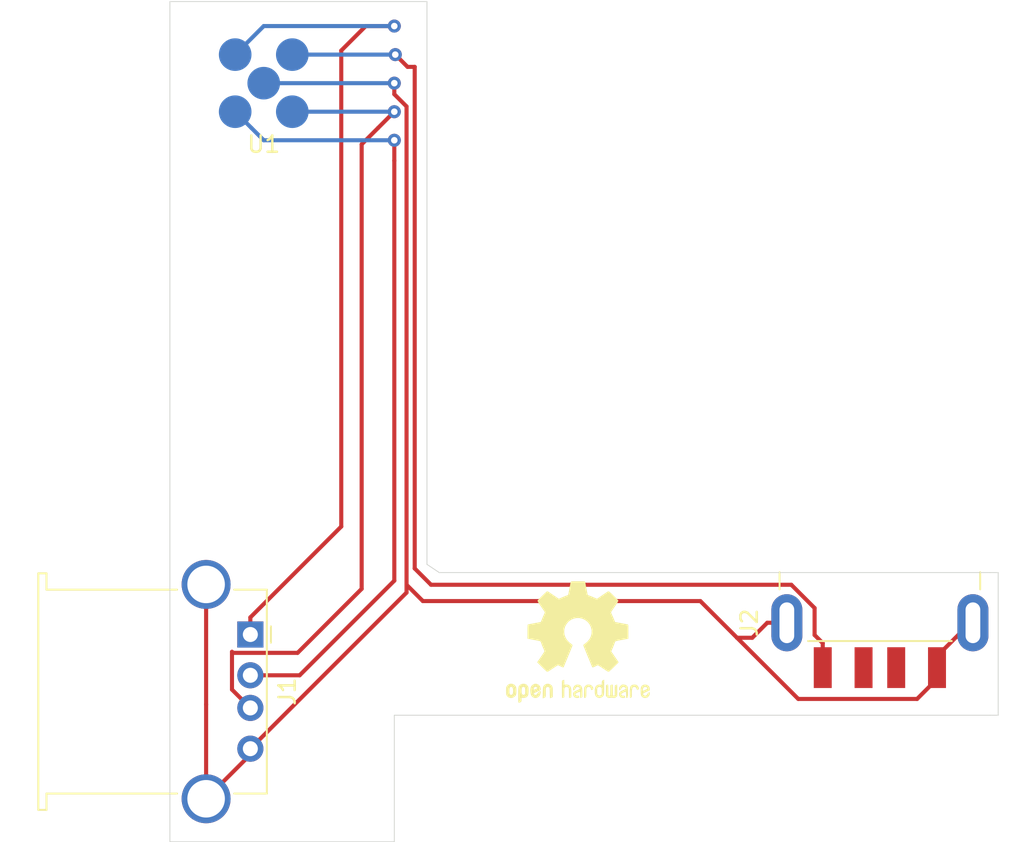
<source format=kicad_pcb>
(kicad_pcb (version 20171130) (host pcbnew 5.1.4-5.1.4)

  (general
    (thickness 1.6)
    (drawings 11)
    (tracks 66)
    (zones 0)
    (modules 4)
    (nets 8)
  )

  (page A4)
  (layers
    (0 F.Cu signal)
    (31 B.Cu signal)
    (32 B.Adhes user)
    (33 F.Adhes user)
    (34 B.Paste user)
    (35 F.Paste user)
    (36 B.SilkS user)
    (37 F.SilkS user)
    (38 B.Mask user)
    (39 F.Mask user)
    (40 Dwgs.User user)
    (41 Cmts.User user)
    (42 Eco1.User user)
    (43 Eco2.User user)
    (44 Edge.Cuts user)
    (45 Margin user)
    (46 B.CrtYd user)
    (47 F.CrtYd user)
    (48 B.Fab user)
    (49 F.Fab user)
  )

  (setup
    (last_trace_width 0.25)
    (trace_clearance 0.2)
    (zone_clearance 0.508)
    (zone_45_only no)
    (trace_min 0.2)
    (via_size 0.8)
    (via_drill 0.4)
    (via_min_size 0.4)
    (via_min_drill 0.3)
    (uvia_size 0.3)
    (uvia_drill 0.1)
    (uvias_allowed no)
    (uvia_min_size 0.2)
    (uvia_min_drill 0.1)
    (edge_width 0.05)
    (segment_width 0.2)
    (pcb_text_width 0.3)
    (pcb_text_size 1.5 1.5)
    (mod_edge_width 0.12)
    (mod_text_size 1 1)
    (mod_text_width 0.15)
    (pad_size 2 2)
    (pad_drill 0)
    (pad_to_mask_clearance 0.051)
    (solder_mask_min_width 0.25)
    (aux_axis_origin 0 0)
    (visible_elements FFFFFF7F)
    (pcbplotparams
      (layerselection 0x010e0_ffffffff)
      (usegerberextensions false)
      (usegerberattributes false)
      (usegerberadvancedattributes false)
      (creategerberjobfile false)
      (excludeedgelayer true)
      (linewidth 0.100000)
      (plotframeref false)
      (viasonmask false)
      (mode 1)
      (useauxorigin false)
      (hpglpennumber 1)
      (hpglpenspeed 20)
      (hpglpendiameter 15.000000)
      (psnegative false)
      (psa4output false)
      (plotreference true)
      (plotvalue true)
      (plotinvisibletext false)
      (padsonsilk false)
      (subtractmaskfromsilk false)
      (outputformat 1)
      (mirror false)
      (drillshape 0)
      (scaleselection 1)
      (outputdirectory "Backcover-stuff/"))
  )

  (net 0 "")
  (net 1 GND)
  (net 2 "Net-(J1-Pad1)")
  (net 3 "Net-(J1-Pad2)")
  (net 4 "Net-(J1-Pad3)")
  (net 5 "Net-(J2-Pad2)")
  (net 6 "Net-(J2-Pad3)")
  (net 7 "Net-(J2-Pad1)")

  (net_class Default "This is the default net class."
    (clearance 0.2)
    (trace_width 0.25)
    (via_dia 0.8)
    (via_drill 0.4)
    (uvia_dia 0.3)
    (uvia_drill 0.1)
    (add_net GND)
    (add_net "Net-(J1-Pad1)")
    (add_net "Net-(J1-Pad2)")
    (add_net "Net-(J1-Pad3)")
    (add_net "Net-(J2-Pad1)")
    (add_net "Net-(J2-Pad2)")
    (add_net "Net-(J2-Pad3)")
  )

  (module Symbol:OSHW-Logo2_9.8x8mm_SilkScreen (layer F.Cu) (tedit 0) (tstamp 5D8E5939)
    (at 31.5 -12.25)
    (descr "Open Source Hardware Symbol")
    (tags "Logo Symbol OSHW")
    (attr virtual)
    (fp_text reference REF** (at 0 0) (layer F.SilkS) hide
      (effects (font (size 1 1) (thickness 0.15)))
    )
    (fp_text value OSHW-Logo2_9.8x8mm_SilkScreen (at 0.75 0) (layer F.Fab) hide
      (effects (font (size 1 1) (thickness 0.15)))
    )
    (fp_poly (pts (xy 0.139878 -3.712224) (xy 0.245612 -3.711645) (xy 0.322132 -3.710078) (xy 0.374372 -3.707028)
      (xy 0.407263 -3.702004) (xy 0.425737 -3.694511) (xy 0.434727 -3.684056) (xy 0.439163 -3.670147)
      (xy 0.439594 -3.668346) (xy 0.446333 -3.635855) (xy 0.458808 -3.571748) (xy 0.475719 -3.482849)
      (xy 0.495771 -3.375981) (xy 0.517664 -3.257967) (xy 0.518429 -3.253822) (xy 0.540359 -3.138169)
      (xy 0.560877 -3.035986) (xy 0.578659 -2.953402) (xy 0.592381 -2.896544) (xy 0.600718 -2.871542)
      (xy 0.601116 -2.871099) (xy 0.625677 -2.85889) (xy 0.676315 -2.838544) (xy 0.742095 -2.814455)
      (xy 0.742461 -2.814326) (xy 0.825317 -2.783182) (xy 0.923 -2.743509) (xy 1.015077 -2.703619)
      (xy 1.019434 -2.701647) (xy 1.169407 -2.63358) (xy 1.501498 -2.860361) (xy 1.603374 -2.929496)
      (xy 1.695657 -2.991303) (xy 1.773003 -3.042267) (xy 1.830064 -3.078873) (xy 1.861495 -3.097606)
      (xy 1.864479 -3.098996) (xy 1.887321 -3.09281) (xy 1.929982 -3.062965) (xy 1.994128 -3.008053)
      (xy 2.081421 -2.926666) (xy 2.170535 -2.840078) (xy 2.256441 -2.754753) (xy 2.333327 -2.676892)
      (xy 2.396564 -2.611303) (xy 2.441523 -2.562795) (xy 2.463576 -2.536175) (xy 2.464396 -2.534805)
      (xy 2.466834 -2.516537) (xy 2.45765 -2.486705) (xy 2.434574 -2.441279) (xy 2.395337 -2.37623)
      (xy 2.33767 -2.28753) (xy 2.260795 -2.173343) (xy 2.19257 -2.072838) (xy 2.131582 -1.982697)
      (xy 2.081356 -1.908151) (xy 2.045416 -1.854435) (xy 2.027287 -1.826782) (xy 2.026146 -1.824905)
      (xy 2.028359 -1.79841) (xy 2.045138 -1.746914) (xy 2.073142 -1.680149) (xy 2.083122 -1.658828)
      (xy 2.126672 -1.563841) (xy 2.173134 -1.456063) (xy 2.210877 -1.362808) (xy 2.238073 -1.293594)
      (xy 2.259675 -1.240994) (xy 2.272158 -1.213503) (xy 2.273709 -1.211384) (xy 2.296668 -1.207876)
      (xy 2.350786 -1.198262) (xy 2.428868 -1.183911) (xy 2.523719 -1.166193) (xy 2.628143 -1.146475)
      (xy 2.734944 -1.126126) (xy 2.836926 -1.106514) (xy 2.926894 -1.089009) (xy 2.997653 -1.074978)
      (xy 3.042006 -1.065791) (xy 3.052885 -1.063193) (xy 3.064122 -1.056782) (xy 3.072605 -1.042303)
      (xy 3.078714 -1.014867) (xy 3.082832 -0.969589) (xy 3.085341 -0.90158) (xy 3.086621 -0.805953)
      (xy 3.087054 -0.67782) (xy 3.087077 -0.625299) (xy 3.087077 -0.198155) (xy 2.9845 -0.177909)
      (xy 2.927431 -0.16693) (xy 2.842269 -0.150905) (xy 2.739372 -0.131767) (xy 2.629096 -0.111449)
      (xy 2.598615 -0.105868) (xy 2.496855 -0.086083) (xy 2.408205 -0.066627) (xy 2.340108 -0.049303)
      (xy 2.300004 -0.035912) (xy 2.293323 -0.031921) (xy 2.276919 -0.003658) (xy 2.253399 0.051109)
      (xy 2.227316 0.121588) (xy 2.222142 0.136769) (xy 2.187956 0.230896) (xy 2.145523 0.337101)
      (xy 2.103997 0.432473) (xy 2.103792 0.432916) (xy 2.03464 0.582525) (xy 2.489512 1.251617)
      (xy 2.1975 1.544116) (xy 2.10918 1.63117) (xy 2.028625 1.707909) (xy 1.96036 1.770237)
      (xy 1.908908 1.814056) (xy 1.878794 1.83527) (xy 1.874474 1.836616) (xy 1.849111 1.826016)
      (xy 1.797358 1.796547) (xy 1.724868 1.751705) (xy 1.637294 1.694984) (xy 1.542612 1.631462)
      (xy 1.446516 1.566668) (xy 1.360837 1.510287) (xy 1.291016 1.465788) (xy 1.242494 1.436639)
      (xy 1.220782 1.426308) (xy 1.194293 1.43505) (xy 1.144062 1.458087) (xy 1.080451 1.490631)
      (xy 1.073708 1.494249) (xy 0.988046 1.53721) (xy 0.929306 1.558279) (xy 0.892772 1.558503)
      (xy 0.873731 1.538928) (xy 0.87362 1.538654) (xy 0.864102 1.515472) (xy 0.841403 1.460441)
      (xy 0.807282 1.377822) (xy 0.7635 1.271872) (xy 0.711816 1.146852) (xy 0.653992 1.00702)
      (xy 0.597991 0.871637) (xy 0.536447 0.722234) (xy 0.479939 0.583832) (xy 0.430161 0.460673)
      (xy 0.388806 0.357002) (xy 0.357568 0.277059) (xy 0.338141 0.225088) (xy 0.332154 0.205692)
      (xy 0.347168 0.183443) (xy 0.386439 0.147982) (xy 0.438807 0.108887) (xy 0.587941 -0.014755)
      (xy 0.704511 -0.156478) (xy 0.787118 -0.313296) (xy 0.834366 -0.482225) (xy 0.844857 -0.660278)
      (xy 0.837231 -0.742461) (xy 0.795682 -0.912969) (xy 0.724123 -1.063541) (xy 0.626995 -1.192691)
      (xy 0.508734 -1.298936) (xy 0.37378 -1.38079) (xy 0.226571 -1.436768) (xy 0.071544 -1.465385)
      (xy -0.086861 -1.465156) (xy -0.244206 -1.434595) (xy -0.396054 -1.372218) (xy -0.537965 -1.27654)
      (xy -0.597197 -1.222428) (xy -0.710797 -1.08348) (xy -0.789894 -0.931639) (xy -0.835014 -0.771333)
      (xy -0.846684 -0.606988) (xy -0.825431 -0.443029) (xy -0.77178 -0.283882) (xy -0.68626 -0.133975)
      (xy -0.569395 0.002267) (xy -0.438807 0.108887) (xy -0.384412 0.149642) (xy -0.345986 0.184718)
      (xy -0.332154 0.205726) (xy -0.339397 0.228635) (xy -0.359995 0.283365) (xy -0.392254 0.365672)
      (xy -0.434479 0.471315) (xy -0.484977 0.59605) (xy -0.542052 0.735636) (xy -0.598146 0.87167)
      (xy -0.660033 1.021201) (xy -0.717356 1.159767) (xy -0.768356 1.283107) (xy -0.811273 1.386964)
      (xy -0.844347 1.46708) (xy -0.865819 1.519195) (xy -0.873775 1.538654) (xy -0.892571 1.558423)
      (xy -0.928926 1.558365) (xy -0.987521 1.537441) (xy -1.073032 1.494613) (xy -1.073708 1.494249)
      (xy -1.138093 1.461012) (xy -1.190139 1.436802) (xy -1.219488 1.426404) (xy -1.220783 1.426308)
      (xy -1.242876 1.436855) (xy -1.291652 1.466184) (xy -1.361669 1.510827) (xy -1.447486 1.567314)
      (xy -1.542612 1.631462) (xy -1.63946 1.696411) (xy -1.726747 1.752896) (xy -1.798819 1.797421)
      (xy -1.850023 1.82649) (xy -1.874474 1.836616) (xy -1.89699 1.823307) (xy -1.942258 1.786112)
      (xy -2.005756 1.729128) (xy -2.082961 1.656449) (xy -2.169349 1.572171) (xy -2.197601 1.544016)
      (xy -2.489713 1.251416) (xy -2.267369 0.925104) (xy -2.199798 0.824897) (xy -2.140493 0.734963)
      (xy -2.092783 0.66051) (xy -2.059993 0.606751) (xy -2.045452 0.578894) (xy -2.045026 0.576912)
      (xy -2.052692 0.550655) (xy -2.073311 0.497837) (xy -2.103315 0.42731) (xy -2.124375 0.380093)
      (xy -2.163752 0.289694) (xy -2.200835 0.198366) (xy -2.229585 0.1212) (xy -2.237395 0.097692)
      (xy -2.259583 0.034916) (xy -2.281273 -0.013589) (xy -2.293187 -0.031921) (xy -2.319477 -0.043141)
      (xy -2.376858 -0.059046) (xy -2.457882 -0.077833) (xy -2.555105 -0.097701) (xy -2.598615 -0.105868)
      (xy -2.709104 -0.126171) (xy -2.815084 -0.14583) (xy -2.906199 -0.162912) (xy -2.972092 -0.175482)
      (xy -2.9845 -0.177909) (xy -3.087077 -0.198155) (xy -3.087077 -0.625299) (xy -3.086847 -0.765754)
      (xy -3.085901 -0.872021) (xy -3.083859 -0.948987) (xy -3.080338 -1.00154) (xy -3.074957 -1.034567)
      (xy -3.067334 -1.052955) (xy -3.057088 -1.061592) (xy -3.052885 -1.063193) (xy -3.02753 -1.068873)
      (xy -2.971516 -1.080205) (xy -2.892036 -1.095821) (xy -2.796288 -1.114353) (xy -2.691467 -1.134431)
      (xy -2.584768 -1.154688) (xy -2.483387 -1.173754) (xy -2.394521 -1.190261) (xy -2.325363 -1.202841)
      (xy -2.283111 -1.210125) (xy -2.27371 -1.211384) (xy -2.265193 -1.228237) (xy -2.24634 -1.27313)
      (xy -2.220676 -1.33757) (xy -2.210877 -1.362808) (xy -2.171352 -1.460314) (xy -2.124808 -1.568041)
      (xy -2.083123 -1.658828) (xy -2.05245 -1.728247) (xy -2.032044 -1.78529) (xy -2.025232 -1.820223)
      (xy -2.026318 -1.824905) (xy -2.040715 -1.847009) (xy -2.073588 -1.896169) (xy -2.12141 -1.967152)
      (xy -2.180652 -2.054722) (xy -2.247785 -2.153643) (xy -2.261059 -2.17317) (xy -2.338954 -2.28886)
      (xy -2.396213 -2.376956) (xy -2.435119 -2.441514) (xy -2.457956 -2.486589) (xy -2.467006 -2.516237)
      (xy -2.464552 -2.534515) (xy -2.464489 -2.534631) (xy -2.445173 -2.558639) (xy -2.402449 -2.605053)
      (xy -2.340949 -2.669063) (xy -2.265302 -2.745855) (xy -2.180139 -2.830618) (xy -2.170535 -2.840078)
      (xy -2.06321 -2.944011) (xy -1.980385 -3.020325) (xy -1.920395 -3.070429) (xy -1.881577 -3.09573)
      (xy -1.86448 -3.098996) (xy -1.839527 -3.08475) (xy -1.787745 -3.051844) (xy -1.71448 -3.003792)
      (xy -1.62508 -2.94411) (xy -1.524889 -2.876312) (xy -1.501499 -2.860361) (xy -1.169407 -2.63358)
      (xy -1.019435 -2.701647) (xy -0.92823 -2.741315) (xy -0.830331 -2.781209) (xy -0.746169 -2.813017)
      (xy -0.742462 -2.814326) (xy -0.676631 -2.838424) (xy -0.625884 -2.8588) (xy -0.601158 -2.871064)
      (xy -0.601116 -2.871099) (xy -0.593271 -2.893266) (xy -0.579934 -2.947783) (xy -0.56243 -3.02852)
      (xy -0.542083 -3.12935) (xy -0.520218 -3.244144) (xy -0.518429 -3.253822) (xy -0.496496 -3.372096)
      (xy -0.47636 -3.479458) (xy -0.45932 -3.569083) (xy -0.446672 -3.634149) (xy -0.439716 -3.667832)
      (xy -0.439594 -3.668346) (xy -0.435361 -3.682675) (xy -0.427129 -3.693493) (xy -0.409967 -3.701294)
      (xy -0.378942 -3.706571) (xy -0.329122 -3.709818) (xy -0.255576 -3.711528) (xy -0.153371 -3.712193)
      (xy -0.017575 -3.712307) (xy 0 -3.712308) (xy 0.139878 -3.712224)) (layer F.SilkS) (width 0.01))
    (fp_poly (pts (xy 4.245224 2.647838) (xy 4.322528 2.698361) (xy 4.359814 2.74359) (xy 4.389353 2.825663)
      (xy 4.391699 2.890607) (xy 4.386385 2.977445) (xy 4.186115 3.065103) (xy 4.088739 3.109887)
      (xy 4.025113 3.145913) (xy 3.992029 3.177117) (xy 3.98628 3.207436) (xy 4.004658 3.240805)
      (xy 4.024923 3.262923) (xy 4.083889 3.298393) (xy 4.148024 3.300879) (xy 4.206926 3.273235)
      (xy 4.250197 3.21832) (xy 4.257936 3.198928) (xy 4.295006 3.138364) (xy 4.337654 3.112552)
      (xy 4.396154 3.090471) (xy 4.396154 3.174184) (xy 4.390982 3.23115) (xy 4.370723 3.279189)
      (xy 4.328262 3.334346) (xy 4.321951 3.341514) (xy 4.27472 3.390585) (xy 4.234121 3.41692)
      (xy 4.183328 3.429035) (xy 4.14122 3.433003) (xy 4.065902 3.433991) (xy 4.012286 3.421466)
      (xy 3.978838 3.402869) (xy 3.926268 3.361975) (xy 3.889879 3.317748) (xy 3.86685 3.262126)
      (xy 3.854359 3.187047) (xy 3.849587 3.084449) (xy 3.849206 3.032376) (xy 3.850501 2.969948)
      (xy 3.968471 2.969948) (xy 3.969839 3.003438) (xy 3.973249 3.008923) (xy 3.995753 3.001472)
      (xy 4.044182 2.981753) (xy 4.108908 2.953718) (xy 4.122443 2.947692) (xy 4.204244 2.906096)
      (xy 4.249312 2.869538) (xy 4.259217 2.835296) (xy 4.235526 2.800648) (xy 4.21596 2.785339)
      (xy 4.14536 2.754721) (xy 4.07928 2.75978) (xy 4.023959 2.797151) (xy 3.985636 2.863473)
      (xy 3.973349 2.916116) (xy 3.968471 2.969948) (xy 3.850501 2.969948) (xy 3.85173 2.91072)
      (xy 3.861032 2.82071) (xy 3.87946 2.755167) (xy 3.90936 2.706912) (xy 3.95308 2.668767)
      (xy 3.972141 2.65644) (xy 4.058726 2.624336) (xy 4.153522 2.622316) (xy 4.245224 2.647838)) (layer F.SilkS) (width 0.01))
    (fp_poly (pts (xy 3.570807 2.636782) (xy 3.594161 2.646988) (xy 3.649902 2.691134) (xy 3.697569 2.754967)
      (xy 3.727048 2.823087) (xy 3.731846 2.85667) (xy 3.71576 2.903556) (xy 3.680475 2.928365)
      (xy 3.642644 2.943387) (xy 3.625321 2.946155) (xy 3.616886 2.926066) (xy 3.60023 2.882351)
      (xy 3.592923 2.862598) (xy 3.551948 2.794271) (xy 3.492622 2.760191) (xy 3.416552 2.761239)
      (xy 3.410918 2.762581) (xy 3.370305 2.781836) (xy 3.340448 2.819375) (xy 3.320055 2.879809)
      (xy 3.307836 2.967751) (xy 3.3025 3.087813) (xy 3.302 3.151698) (xy 3.301752 3.252403)
      (xy 3.300126 3.321054) (xy 3.295801 3.364673) (xy 3.287454 3.390282) (xy 3.273765 3.404903)
      (xy 3.253411 3.415558) (xy 3.252234 3.416095) (xy 3.213038 3.432667) (xy 3.193619 3.438769)
      (xy 3.190635 3.420319) (xy 3.188081 3.369323) (xy 3.18614 3.292308) (xy 3.184997 3.195805)
      (xy 3.184769 3.125184) (xy 3.185932 2.988525) (xy 3.190479 2.884851) (xy 3.199999 2.808108)
      (xy 3.216081 2.752246) (xy 3.240313 2.711212) (xy 3.274286 2.678954) (xy 3.307833 2.65644)
      (xy 3.388499 2.626476) (xy 3.482381 2.619718) (xy 3.570807 2.636782)) (layer F.SilkS) (width 0.01))
    (fp_poly (pts (xy 2.887333 2.633528) (xy 2.94359 2.659117) (xy 2.987747 2.690124) (xy 3.020101 2.724795)
      (xy 3.042438 2.76952) (xy 3.056546 2.830692) (xy 3.064211 2.914701) (xy 3.06722 3.02794)
      (xy 3.067538 3.102509) (xy 3.067538 3.39342) (xy 3.017773 3.416095) (xy 2.978576 3.432667)
      (xy 2.959157 3.438769) (xy 2.955442 3.42061) (xy 2.952495 3.371648) (xy 2.950691 3.300153)
      (xy 2.950308 3.243385) (xy 2.948661 3.161371) (xy 2.944222 3.096309) (xy 2.93774 3.056467)
      (xy 2.93259 3.048) (xy 2.897977 3.056646) (xy 2.84364 3.078823) (xy 2.780722 3.108886)
      (xy 2.720368 3.141192) (xy 2.673721 3.170098) (xy 2.651926 3.189961) (xy 2.651839 3.190175)
      (xy 2.653714 3.226935) (xy 2.670525 3.262026) (xy 2.700039 3.290528) (xy 2.743116 3.300061)
      (xy 2.779932 3.29895) (xy 2.832074 3.298133) (xy 2.859444 3.310349) (xy 2.875882 3.342624)
      (xy 2.877955 3.34871) (xy 2.885081 3.394739) (xy 2.866024 3.422687) (xy 2.816353 3.436007)
      (xy 2.762697 3.43847) (xy 2.666142 3.42021) (xy 2.616159 3.394131) (xy 2.554429 3.332868)
      (xy 2.52169 3.25767) (xy 2.518753 3.178211) (xy 2.546424 3.104167) (xy 2.588047 3.057769)
      (xy 2.629604 3.031793) (xy 2.694922 2.998907) (xy 2.771038 2.965557) (xy 2.783726 2.960461)
      (xy 2.867333 2.923565) (xy 2.91553 2.891046) (xy 2.93103 2.858718) (xy 2.91655 2.822394)
      (xy 2.891692 2.794) (xy 2.832939 2.759039) (xy 2.768293 2.756417) (xy 2.709008 2.783358)
      (xy 2.666339 2.837088) (xy 2.660739 2.85095) (xy 2.628133 2.901936) (xy 2.58053 2.939787)
      (xy 2.520461 2.97085) (xy 2.520461 2.882768) (xy 2.523997 2.828951) (xy 2.539156 2.786534)
      (xy 2.572768 2.741279) (xy 2.605035 2.70642) (xy 2.655209 2.657062) (xy 2.694193 2.630547)
      (xy 2.736064 2.619911) (xy 2.78346 2.618154) (xy 2.887333 2.633528)) (layer F.SilkS) (width 0.01))
    (fp_poly (pts (xy 2.395929 2.636662) (xy 2.398911 2.688068) (xy 2.401247 2.766192) (xy 2.402749 2.864857)
      (xy 2.403231 2.968343) (xy 2.403231 3.318533) (xy 2.341401 3.380363) (xy 2.298793 3.418462)
      (xy 2.26139 3.433895) (xy 2.21027 3.432918) (xy 2.189978 3.430433) (xy 2.126554 3.4232)
      (xy 2.074095 3.419055) (xy 2.061308 3.418672) (xy 2.018199 3.421176) (xy 1.956544 3.427462)
      (xy 1.932638 3.430433) (xy 1.873922 3.435028) (xy 1.834464 3.425046) (xy 1.795338 3.394228)
      (xy 1.781215 3.380363) (xy 1.719385 3.318533) (xy 1.719385 2.663503) (xy 1.76915 2.640829)
      (xy 1.812002 2.624034) (xy 1.837073 2.618154) (xy 1.843501 2.636736) (xy 1.849509 2.688655)
      (xy 1.854697 2.768172) (xy 1.858664 2.869546) (xy 1.860577 2.955192) (xy 1.865923 3.292231)
      (xy 1.91256 3.298825) (xy 1.954976 3.294214) (xy 1.97576 3.279287) (xy 1.98157 3.251377)
      (xy 1.98653 3.191925) (xy 1.990246 3.108466) (xy 1.992324 3.008532) (xy 1.992624 2.957104)
      (xy 1.992923 2.661054) (xy 2.054454 2.639604) (xy 2.098004 2.62502) (xy 2.121694 2.618219)
      (xy 2.122377 2.618154) (xy 2.124754 2.636642) (xy 2.127366 2.687906) (xy 2.129995 2.765649)
      (xy 2.132421 2.863574) (xy 2.134115 2.955192) (xy 2.139461 3.292231) (xy 2.256692 3.292231)
      (xy 2.262072 2.984746) (xy 2.267451 2.677261) (xy 2.324601 2.647707) (xy 2.366797 2.627413)
      (xy 2.39177 2.618204) (xy 2.392491 2.618154) (xy 2.395929 2.636662)) (layer F.SilkS) (width 0.01))
    (fp_poly (pts (xy 1.602081 2.780289) (xy 1.601833 2.92632) (xy 1.600872 3.038655) (xy 1.598794 3.122678)
      (xy 1.595193 3.183769) (xy 1.589665 3.227309) (xy 1.581804 3.258679) (xy 1.571207 3.283262)
      (xy 1.563182 3.297294) (xy 1.496728 3.373388) (xy 1.41247 3.421084) (xy 1.319249 3.438199)
      (xy 1.2259 3.422546) (xy 1.170312 3.394418) (xy 1.111957 3.34576) (xy 1.072186 3.286333)
      (xy 1.04819 3.208507) (xy 1.037161 3.104652) (xy 1.035599 3.028462) (xy 1.035809 3.022986)
      (xy 1.172308 3.022986) (xy 1.173141 3.110355) (xy 1.176961 3.168192) (xy 1.185746 3.206029)
      (xy 1.201474 3.233398) (xy 1.220266 3.254042) (xy 1.283375 3.29389) (xy 1.351137 3.297295)
      (xy 1.415179 3.264025) (xy 1.420164 3.259517) (xy 1.441439 3.236067) (xy 1.454779 3.208166)
      (xy 1.462001 3.166641) (xy 1.464923 3.102316) (xy 1.465385 3.0312) (xy 1.464383 2.941858)
      (xy 1.460238 2.882258) (xy 1.451236 2.843089) (xy 1.435667 2.81504) (xy 1.422902 2.800144)
      (xy 1.3636 2.762575) (xy 1.295301 2.758057) (xy 1.23011 2.786753) (xy 1.217528 2.797406)
      (xy 1.196111 2.821063) (xy 1.182744 2.849251) (xy 1.175566 2.891245) (xy 1.172719 2.956319)
      (xy 1.172308 3.022986) (xy 1.035809 3.022986) (xy 1.040322 2.905765) (xy 1.056362 2.813577)
      (xy 1.086528 2.744269) (xy 1.133629 2.690211) (xy 1.170312 2.662505) (xy 1.23699 2.632572)
      (xy 1.314272 2.618678) (xy 1.38611 2.622397) (xy 1.426308 2.6374) (xy 1.442082 2.64167)
      (xy 1.45255 2.62575) (xy 1.459856 2.583089) (xy 1.465385 2.518106) (xy 1.471437 2.445732)
      (xy 1.479844 2.402187) (xy 1.495141 2.377287) (xy 1.521864 2.360845) (xy 1.538654 2.353564)
      (xy 1.602154 2.326963) (xy 1.602081 2.780289)) (layer F.SilkS) (width 0.01))
    (fp_poly (pts (xy 0.713362 2.62467) (xy 0.802117 2.657421) (xy 0.874022 2.71535) (xy 0.902144 2.756128)
      (xy 0.932802 2.830954) (xy 0.932165 2.885058) (xy 0.899987 2.921446) (xy 0.888081 2.927633)
      (xy 0.836675 2.946925) (xy 0.810422 2.941982) (xy 0.80153 2.909587) (xy 0.801077 2.891692)
      (xy 0.784797 2.825859) (xy 0.742365 2.779807) (xy 0.683388 2.757564) (xy 0.617475 2.763161)
      (xy 0.563895 2.792229) (xy 0.545798 2.80881) (xy 0.532971 2.828925) (xy 0.524306 2.859332)
      (xy 0.518696 2.906788) (xy 0.515035 2.97805) (xy 0.512215 3.079875) (xy 0.511484 3.112115)
      (xy 0.50882 3.22241) (xy 0.505792 3.300036) (xy 0.50125 3.351396) (xy 0.494046 3.38289)
      (xy 0.483033 3.40092) (xy 0.46706 3.411888) (xy 0.456834 3.416733) (xy 0.413406 3.433301)
      (xy 0.387842 3.438769) (xy 0.379395 3.420507) (xy 0.374239 3.365296) (xy 0.372346 3.272499)
      (xy 0.373689 3.141478) (xy 0.374107 3.121269) (xy 0.377058 3.001733) (xy 0.380548 2.914449)
      (xy 0.385514 2.852591) (xy 0.392893 2.809336) (xy 0.403624 2.77786) (xy 0.418645 2.751339)
      (xy 0.426502 2.739975) (xy 0.471553 2.689692) (xy 0.52194 2.650581) (xy 0.528108 2.647167)
      (xy 0.618458 2.620212) (xy 0.713362 2.62467)) (layer F.SilkS) (width 0.01))
    (fp_poly (pts (xy 0.053501 2.626303) (xy 0.13006 2.654733) (xy 0.130936 2.655279) (xy 0.178285 2.690127)
      (xy 0.213241 2.730852) (xy 0.237825 2.783925) (xy 0.254062 2.855814) (xy 0.263975 2.952992)
      (xy 0.269586 3.081928) (xy 0.270077 3.100298) (xy 0.277141 3.377287) (xy 0.217695 3.408028)
      (xy 0.174681 3.428802) (xy 0.14871 3.438646) (xy 0.147509 3.438769) (xy 0.143014 3.420606)
      (xy 0.139444 3.371612) (xy 0.137248 3.300031) (xy 0.136769 3.242068) (xy 0.136758 3.14817)
      (xy 0.132466 3.089203) (xy 0.117503 3.061079) (xy 0.085482 3.059706) (xy 0.030014 3.080998)
      (xy -0.053731 3.120136) (xy -0.115311 3.152643) (xy -0.146983 3.180845) (xy -0.156294 3.211582)
      (xy -0.156308 3.213104) (xy -0.140943 3.266054) (xy -0.095453 3.29466) (xy -0.025834 3.298803)
      (xy 0.024313 3.298084) (xy 0.050754 3.312527) (xy 0.067243 3.347218) (xy 0.076733 3.391416)
      (xy 0.063057 3.416493) (xy 0.057907 3.420082) (xy 0.009425 3.434496) (xy -0.058469 3.436537)
      (xy -0.128388 3.426983) (xy -0.177932 3.409522) (xy -0.24643 3.351364) (xy -0.285366 3.270408)
      (xy -0.293077 3.20716) (xy -0.287193 3.150111) (xy -0.265899 3.103542) (xy -0.223735 3.062181)
      (xy -0.155241 3.020755) (xy -0.054956 2.973993) (xy -0.048846 2.97135) (xy 0.04149 2.929617)
      (xy 0.097235 2.895391) (xy 0.121129 2.864635) (xy 0.115913 2.833311) (xy 0.084328 2.797383)
      (xy 0.074883 2.789116) (xy 0.011617 2.757058) (xy -0.053936 2.758407) (xy -0.111028 2.789838)
      (xy -0.148907 2.848024) (xy -0.152426 2.859446) (xy -0.1867 2.914837) (xy -0.230191 2.941518)
      (xy -0.293077 2.96796) (xy -0.293077 2.899548) (xy -0.273948 2.80011) (xy -0.217169 2.708902)
      (xy -0.187622 2.678389) (xy -0.120458 2.639228) (xy -0.035044 2.6215) (xy 0.053501 2.626303)) (layer F.SilkS) (width 0.01))
    (fp_poly (pts (xy -0.840154 2.49212) (xy -0.834428 2.57198) (xy -0.827851 2.619039) (xy -0.818738 2.639566)
      (xy -0.805402 2.639829) (xy -0.801077 2.637378) (xy -0.743556 2.619636) (xy -0.668732 2.620672)
      (xy -0.592661 2.63891) (xy -0.545082 2.662505) (xy -0.496298 2.700198) (xy -0.460636 2.742855)
      (xy -0.436155 2.797057) (xy -0.420913 2.869384) (xy -0.41297 2.966419) (xy -0.410384 3.094742)
      (xy -0.410338 3.119358) (xy -0.410308 3.39587) (xy -0.471839 3.41732) (xy -0.515541 3.431912)
      (xy -0.539518 3.438706) (xy -0.540223 3.438769) (xy -0.542585 3.420345) (xy -0.544594 3.369526)
      (xy -0.546099 3.292993) (xy -0.546947 3.19743) (xy -0.547077 3.139329) (xy -0.547349 3.024771)
      (xy -0.548748 2.942667) (xy -0.552151 2.886393) (xy -0.558433 2.849326) (xy -0.568471 2.824844)
      (xy -0.583139 2.806325) (xy -0.592298 2.797406) (xy -0.655211 2.761466) (xy -0.723864 2.758775)
      (xy -0.786152 2.78917) (xy -0.797671 2.800144) (xy -0.814567 2.820779) (xy -0.826286 2.845256)
      (xy -0.833767 2.880647) (xy -0.837946 2.934026) (xy -0.839763 3.012466) (xy -0.840154 3.120617)
      (xy -0.840154 3.39587) (xy -0.901685 3.41732) (xy -0.945387 3.431912) (xy -0.969364 3.438706)
      (xy -0.97007 3.438769) (xy -0.971874 3.420069) (xy -0.9735 3.367322) (xy -0.974883 3.285557)
      (xy -0.975958 3.179805) (xy -0.97666 3.055094) (xy -0.976923 2.916455) (xy -0.976923 2.381806)
      (xy -0.849923 2.328236) (xy -0.840154 2.49212)) (layer F.SilkS) (width 0.01))
    (fp_poly (pts (xy -2.465746 2.599745) (xy -2.388714 2.651567) (xy -2.329184 2.726412) (xy -2.293622 2.821654)
      (xy -2.286429 2.891756) (xy -2.287246 2.921009) (xy -2.294086 2.943407) (xy -2.312888 2.963474)
      (xy -2.349592 2.985733) (xy -2.410138 3.014709) (xy -2.500466 3.054927) (xy -2.500923 3.055129)
      (xy -2.584067 3.09321) (xy -2.652247 3.127025) (xy -2.698495 3.152933) (xy -2.715842 3.167295)
      (xy -2.715846 3.167411) (xy -2.700557 3.198685) (xy -2.664804 3.233157) (xy -2.623758 3.25799)
      (xy -2.602963 3.262923) (xy -2.54623 3.245862) (xy -2.497373 3.203133) (xy -2.473535 3.156155)
      (xy -2.450603 3.121522) (xy -2.405682 3.082081) (xy -2.352877 3.048009) (xy -2.30629 3.02948)
      (xy -2.296548 3.028462) (xy -2.285582 3.045215) (xy -2.284921 3.088039) (xy -2.29298 3.145781)
      (xy -2.308173 3.207289) (xy -2.328914 3.261409) (xy -2.329962 3.26351) (xy -2.392379 3.35066)
      (xy -2.473274 3.409939) (xy -2.565144 3.439034) (xy -2.660487 3.435634) (xy -2.751802 3.397428)
      (xy -2.755862 3.394741) (xy -2.827694 3.329642) (xy -2.874927 3.244705) (xy -2.901066 3.133021)
      (xy -2.904574 3.101643) (xy -2.910787 2.953536) (xy -2.903339 2.884468) (xy -2.715846 2.884468)
      (xy -2.71341 2.927552) (xy -2.700086 2.940126) (xy -2.666868 2.930719) (xy -2.614506 2.908483)
      (xy -2.555976 2.88061) (xy -2.554521 2.879872) (xy -2.504911 2.853777) (xy -2.485 2.836363)
      (xy -2.48991 2.818107) (xy -2.510584 2.79412) (xy -2.563181 2.759406) (xy -2.619823 2.756856)
      (xy -2.670631 2.782119) (xy -2.705724 2.830847) (xy -2.715846 2.884468) (xy -2.903339 2.884468)
      (xy -2.898008 2.835036) (xy -2.865222 2.741055) (xy -2.819579 2.675215) (xy -2.737198 2.608681)
      (xy -2.646454 2.575676) (xy -2.553815 2.573573) (xy -2.465746 2.599745)) (layer F.SilkS) (width 0.01))
    (fp_poly (pts (xy -3.983114 2.587256) (xy -3.891536 2.635409) (xy -3.823951 2.712905) (xy -3.799943 2.762727)
      (xy -3.781262 2.837533) (xy -3.771699 2.932052) (xy -3.770792 3.03521) (xy -3.778079 3.135935)
      (xy -3.793097 3.223153) (xy -3.815385 3.285791) (xy -3.822235 3.296579) (xy -3.903368 3.377105)
      (xy -3.999734 3.425336) (xy -4.104299 3.43945) (xy -4.210032 3.417629) (xy -4.239457 3.404547)
      (xy -4.296759 3.364231) (xy -4.34705 3.310775) (xy -4.351803 3.303995) (xy -4.371122 3.271321)
      (xy -4.383892 3.236394) (xy -4.391436 3.190414) (xy -4.395076 3.124584) (xy -4.396135 3.030105)
      (xy -4.396154 3.008923) (xy -4.396106 3.002182) (xy -4.200769 3.002182) (xy -4.199632 3.091349)
      (xy -4.195159 3.15052) (xy -4.185754 3.188741) (xy -4.169824 3.215053) (xy -4.161692 3.223846)
      (xy -4.114942 3.257261) (xy -4.069553 3.255737) (xy -4.02366 3.226752) (xy -3.996288 3.195809)
      (xy -3.980077 3.150643) (xy -3.970974 3.07942) (xy -3.970349 3.071114) (xy -3.968796 2.942037)
      (xy -3.985035 2.846172) (xy -4.018848 2.784107) (xy -4.070016 2.756432) (xy -4.08828 2.754923)
      (xy -4.13624 2.762513) (xy -4.169047 2.788808) (xy -4.189105 2.839095) (xy -4.198822 2.918664)
      (xy -4.200769 3.002182) (xy -4.396106 3.002182) (xy -4.395426 2.908249) (xy -4.392371 2.837906)
      (xy -4.385678 2.789163) (xy -4.37404 2.753288) (xy -4.356147 2.721548) (xy -4.352192 2.715648)
      (xy -4.285733 2.636104) (xy -4.213315 2.589929) (xy -4.125151 2.571599) (xy -4.095213 2.570703)
      (xy -3.983114 2.587256)) (layer F.SilkS) (width 0.01))
    (fp_poly (pts (xy -1.728336 2.595089) (xy -1.665633 2.631358) (xy -1.622039 2.667358) (xy -1.590155 2.705075)
      (xy -1.56819 2.751199) (xy -1.554351 2.812421) (xy -1.546847 2.895431) (xy -1.543883 3.006919)
      (xy -1.543539 3.087062) (xy -1.543539 3.382065) (xy -1.709615 3.456515) (xy -1.719385 3.133402)
      (xy -1.723421 3.012729) (xy -1.727656 2.925141) (xy -1.732903 2.86465) (xy -1.739975 2.825268)
      (xy -1.749689 2.801007) (xy -1.762856 2.78588) (xy -1.767081 2.782606) (xy -1.831091 2.757034)
      (xy -1.895792 2.767153) (xy -1.934308 2.794) (xy -1.949975 2.813024) (xy -1.96082 2.837988)
      (xy -1.967712 2.875834) (xy -1.971521 2.933502) (xy -1.973117 3.017935) (xy -1.973385 3.105928)
      (xy -1.973437 3.216323) (xy -1.975328 3.294463) (xy -1.981655 3.347165) (xy -1.995017 3.381242)
      (xy -2.018015 3.403511) (xy -2.053246 3.420787) (xy -2.100303 3.438738) (xy -2.151697 3.458278)
      (xy -2.145579 3.111485) (xy -2.143116 2.986468) (xy -2.140233 2.894082) (xy -2.136102 2.827881)
      (xy -2.129893 2.78142) (xy -2.120774 2.748256) (xy -2.107917 2.721944) (xy -2.092416 2.698729)
      (xy -2.017629 2.624569) (xy -1.926372 2.581684) (xy -1.827117 2.571412) (xy -1.728336 2.595089)) (layer F.SilkS) (width 0.01))
    (fp_poly (pts (xy -3.231114 2.584505) (xy -3.156461 2.621727) (xy -3.090569 2.690261) (xy -3.072423 2.715648)
      (xy -3.052655 2.748866) (xy -3.039828 2.784945) (xy -3.03249 2.833098) (xy -3.029187 2.902536)
      (xy -3.028462 2.994206) (xy -3.031737 3.11983) (xy -3.043123 3.214154) (xy -3.064959 3.284523)
      (xy -3.099581 3.338286) (xy -3.14933 3.382788) (xy -3.152986 3.385423) (xy -3.202015 3.412377)
      (xy -3.261055 3.425712) (xy -3.336141 3.429) (xy -3.458205 3.429) (xy -3.458256 3.547497)
      (xy -3.459392 3.613492) (xy -3.466314 3.652202) (xy -3.484402 3.675419) (xy -3.519038 3.694933)
      (xy -3.527355 3.69892) (xy -3.56628 3.717603) (xy -3.596417 3.729403) (xy -3.618826 3.730422)
      (xy -3.634567 3.716761) (xy -3.644698 3.684522) (xy -3.650277 3.629804) (xy -3.652365 3.548711)
      (xy -3.652019 3.437344) (xy -3.6503 3.291802) (xy -3.649763 3.248269) (xy -3.647828 3.098205)
      (xy -3.646096 3.000042) (xy -3.458308 3.000042) (xy -3.457252 3.083364) (xy -3.452562 3.13788)
      (xy -3.441949 3.173837) (xy -3.423128 3.201482) (xy -3.41035 3.214965) (xy -3.35811 3.254417)
      (xy -3.311858 3.257628) (xy -3.264133 3.225049) (xy -3.262923 3.223846) (xy -3.243506 3.198668)
      (xy -3.231693 3.164447) (xy -3.225735 3.111748) (xy -3.22388 3.031131) (xy -3.223846 3.013271)
      (xy -3.22833 2.902175) (xy -3.242926 2.825161) (xy -3.26935 2.778147) (xy -3.309317 2.75705)
      (xy -3.332416 2.754923) (xy -3.387238 2.7649) (xy -3.424842 2.797752) (xy -3.447477 2.857857)
      (xy -3.457394 2.949598) (xy -3.458308 3.000042) (xy -3.646096 3.000042) (xy -3.645778 2.98206)
      (xy -3.643127 2.894679) (xy -3.639394 2.830905) (xy -3.634093 2.785582) (xy -3.626742 2.753555)
      (xy -3.616857 2.729668) (xy -3.603954 2.708764) (xy -3.598421 2.700898) (xy -3.525031 2.626595)
      (xy -3.43224 2.584467) (xy -3.324904 2.572722) (xy -3.231114 2.584505)) (layer F.SilkS) (width 0.01))
  )

  (module Connector_USB:USB_A_Stewart_SS-52100-001_Horizontal (layer F.Cu) (tedit 5CB49A87) (tstamp 5D8E4BD4)
    (at 11.43 -12.7 270)
    (descr "USB A connector https://belfuse.com/resources/drawings/stewartconnector/dr-stw-ss-52100-001.pdf")
    (tags "USB_A Female Connector receptacle")
    (path /5D8DFFC6)
    (fp_text reference J1 (at 3.5 -2.26 90) (layer F.SilkS)
      (effects (font (size 1 1) (thickness 0.15)))
    )
    (fp_text value USB_A (at 3.5 14.49 90) (layer F.Fab)
      (effects (font (size 1 1) (thickness 0.15)))
    )
    (fp_line (start 10.25 4.74) (end 11.25 4.74) (layer F.CrtYd) (width 0.05))
    (fp_line (start 10.25 11.99) (end 10.25 4.74) (layer F.CrtYd) (width 0.05))
    (fp_line (start 11.25 11.99) (end 10.25 11.99) (layer F.CrtYd) (width 0.05))
    (fp_line (start 11.25 13.49) (end 11.25 11.99) (layer F.CrtYd) (width 0.05))
    (fp_line (start -4.25 13.49) (end 11.25 13.49) (layer F.CrtYd) (width 0.05))
    (fp_line (start -4.25 11.99) (end -4.25 13.49) (layer F.CrtYd) (width 0.05))
    (fp_line (start -3.25 11.99) (end -4.25 11.99) (layer F.CrtYd) (width 0.05))
    (fp_line (start -3.25 4.74) (end -3.25 11.99) (layer F.CrtYd) (width 0.05))
    (fp_line (start 0 -0.76) (end 0.25 -1.01) (layer F.Fab) (width 0.1))
    (fp_line (start -0.25 -1.01) (end 0 -0.76) (layer F.Fab) (width 0.1))
    (fp_line (start -0.5 -1.26) (end 0.5 -1.26) (layer F.SilkS) (width 0.12))
    (fp_line (start -3.75 12.49) (end -3.75 12.99) (layer F.SilkS) (width 0.12))
    (fp_line (start -2.75 12.49) (end -3.75 12.49) (layer F.SilkS) (width 0.12))
    (fp_line (start -2.75 4.49) (end -2.75 12.49) (layer F.SilkS) (width 0.12))
    (fp_line (start -2.75 -1.01) (end -2.75 0.99) (layer F.SilkS) (width 0.12))
    (fp_line (start 9.75 -1.01) (end -2.75 -1.01) (layer F.SilkS) (width 0.12))
    (fp_line (start 9.75 0.99) (end 9.75 -1.01) (layer F.SilkS) (width 0.12))
    (fp_line (start 9.75 12.49) (end 9.75 4.49) (layer F.SilkS) (width 0.12))
    (fp_line (start 10.75 12.49) (end 9.75 12.49) (layer F.SilkS) (width 0.12))
    (fp_line (start 10.75 12.99) (end 10.75 12.49) (layer F.SilkS) (width 0.12))
    (fp_line (start -3.75 12.99) (end 10.75 12.99) (layer F.SilkS) (width 0.12))
    (fp_text user %R (at 3.5 5.99 90) (layer F.Fab)
      (effects (font (size 1 1) (thickness 0.15)))
    )
    (fp_line (start 9.75 12.49) (end 9.75 -1.01) (layer F.Fab) (width 0.1))
    (fp_line (start -2.75 -1.01) (end 9.75 -1.01) (layer F.Fab) (width 0.1))
    (fp_line (start -2.75 12.49) (end -2.75 -1.01) (layer F.Fab) (width 0.1))
    (fp_line (start -3.75 12.99) (end 10.75 12.99) (layer F.Fab) (width 0.1))
    (fp_line (start -3.75 12.99) (end -3.75 12.49) (layer F.Fab) (width 0.1))
    (fp_line (start -3.75 12.49) (end -2.75 12.49) (layer F.Fab) (width 0.1))
    (fp_line (start 9.75 12.49) (end 10.75 12.49) (layer F.Fab) (width 0.1))
    (fp_line (start 10.75 12.49) (end 10.75 12.99) (layer F.Fab) (width 0.1))
    (fp_line (start 12.15 1.99) (end 11.25 0.69) (layer F.CrtYd) (width 0.05))
    (fp_line (start 10.25 0.69) (end 11.25 0.69) (layer F.CrtYd) (width 0.05))
    (fp_line (start 12.15 1.99) (end 12.15 3.44) (layer F.CrtYd) (width 0.05))
    (fp_line (start 10.25 0.69) (end 10.25 -1.51) (layer F.CrtYd) (width 0.05))
    (fp_line (start 10.25 -1.51) (end -3.25 -1.51) (layer F.CrtYd) (width 0.05))
    (fp_line (start -3.25 0.69) (end -3.25 -1.51) (layer F.CrtYd) (width 0.05))
    (fp_line (start 12.15 3.44) (end 11.25 4.74) (layer F.CrtYd) (width 0.05))
    (fp_line (start -3.25 0.69) (end -4.25 0.69) (layer F.CrtYd) (width 0.05))
    (fp_line (start -5.15 3.44) (end -4.25 4.74) (layer F.CrtYd) (width 0.05))
    (fp_line (start -3.25 4.74) (end -4.25 4.74) (layer F.CrtYd) (width 0.05))
    (fp_line (start -5.15 3.44) (end -5.15 1.99) (layer F.CrtYd) (width 0.05))
    (fp_line (start -5.15 1.99) (end -4.25 0.69) (layer F.CrtYd) (width 0.05))
    (pad 5 thru_hole circle (at 10.07 2.71 270) (size 3 3) (drill 2.3) (layers *.Cu *.Mask)
      (net 1 GND))
    (pad 5 thru_hole circle (at -3.07 2.71 270) (size 3 3) (drill 2.3) (layers *.Cu *.Mask)
      (net 1 GND))
    (pad 1 thru_hole rect (at 0 0 270) (size 1.6 1.6) (drill 0.92) (layers *.Cu *.Mask)
      (net 2 "Net-(J1-Pad1)"))
    (pad 2 thru_hole circle (at 2.5 0 270) (size 1.6 1.6) (drill 0.92) (layers *.Cu *.Mask)
      (net 3 "Net-(J1-Pad2)"))
    (pad 3 thru_hole circle (at 4.5 0 270) (size 1.6 1.6) (drill 0.92) (layers *.Cu *.Mask)
      (net 4 "Net-(J1-Pad3)"))
    (pad 4 thru_hole circle (at 7 0 270) (size 1.6 1.6) (drill 0.92) (layers *.Cu *.Mask)
      (net 1 GND))
    (model ${KISYS3DMOD}/Connector_USB.3dshapes/USB_A_Stewart_SS-52100-001_Horizontal.wrl
      (at (xyz 0 0 0))
      (scale (xyz 1 1 1))
      (rotate (xyz 0 0 0))
    )
  )

  (module Connector_USB:USB_A_CNCTech_1001-011-01101_Horizontal (layer F.Cu) (tedit 5AFEF547) (tstamp 5D8E506C)
    (at 50 -20.32 90)
    (descr http://cnctech.us/pdfs/1001-011-01101.pdf)
    (tags USB-A)
    (path /5D8E8719)
    (attr smd)
    (fp_text reference J2 (at -6.9 -8 90) (layer F.SilkS)
      (effects (font (size 1 1) (thickness 0.15)))
    )
    (fp_text value USB_A (at 0 8 270) (layer F.Fab)
      (effects (font (size 1 1) (thickness 0.15)))
    )
    (fp_line (start -7.9 6.025) (end -7.9 -6.025) (layer F.Fab) (width 0.1))
    (fp_line (start -7.9 -6.025) (end 10.9 -6.025) (layer F.Fab) (width 0.1))
    (fp_line (start -7.9 6.025) (end 10.9 6.025) (layer F.Fab) (width 0.1))
    (fp_line (start 10.9 6.025) (end 10.9 -6.025) (layer F.Fab) (width 0.1))
    (fp_line (start -10.4 3.75) (end -10.4 3.25) (layer F.Fab) (width 0.1))
    (fp_line (start -10.4 3.25) (end -7.9 3.25) (layer F.Fab) (width 0.1))
    (fp_line (start -10.4 3.75) (end -7.9 3.75) (layer F.Fab) (width 0.1))
    (fp_line (start -10.4 0.75) (end -7.9 0.75) (layer F.Fab) (width 0.1))
    (fp_line (start -10.4 1.25) (end -10.4 0.75) (layer F.Fab) (width 0.1))
    (fp_line (start -10.4 1.25) (end -7.9 1.25) (layer F.Fab) (width 0.1))
    (fp_line (start -10.4 -0.75) (end -10.4 -1.25) (layer F.Fab) (width 0.1))
    (fp_line (start -10.4 -0.75) (end -7.9 -0.75) (layer F.Fab) (width 0.1))
    (fp_line (start -10.4 -1.25) (end -7.9 -1.25) (layer F.Fab) (width 0.1))
    (fp_line (start -10.4 -3.75) (end -7.9 -3.75) (layer F.Fab) (width 0.1))
    (fp_line (start -10.4 -3.25) (end -10.4 -3.75) (layer F.Fab) (width 0.1))
    (fp_line (start -10.4 -3.25) (end -7.9 -3.25) (layer F.Fab) (width 0.1))
    (fp_circle (center -6.9 -2.3) (end -6.9 -2.8) (layer F.Fab) (width 0.1))
    (fp_circle (center -6.9 2.3) (end -6.9 2.8) (layer F.Fab) (width 0.1))
    (fp_line (start -8.02 -4.4) (end -8.02 4.4) (layer F.SilkS) (width 0.12))
    (fp_line (start -3.8 6.025) (end -3.8 -6.025) (layer Dwgs.User) (width 0.1))
    (fp_text user "PCB Edge" (at -4.55 -0.05) (layer Dwgs.User)
      (effects (font (size 0.6 0.6) (thickness 0.09)))
    )
    (fp_line (start -4.85 -6.145) (end -3.8 -6.145) (layer F.SilkS) (width 0.12))
    (fp_line (start -4.85 6.145) (end -3.8 6.145) (layer F.SilkS) (width 0.12))
    (fp_line (start -11.4 4.55) (end -11.4 -4.55) (layer F.CrtYd) (width 0.05))
    (fp_line (start -11.4 -4.55) (end -9.15 -4.55) (layer F.CrtYd) (width 0.05))
    (fp_line (start -9.15 -7.15) (end -9.15 -4.55) (layer F.CrtYd) (width 0.05))
    (fp_line (start -9.15 -7.15) (end -4.65 -7.15) (layer F.CrtYd) (width 0.05))
    (fp_line (start -4.65 -6.52) (end -4.65 -7.15) (layer F.CrtYd) (width 0.05))
    (fp_line (start -4.65 -6.52) (end 11.4 -6.52) (layer F.CrtYd) (width 0.05))
    (fp_line (start 11.4 6.52) (end 11.4 -6.52) (layer F.CrtYd) (width 0.05))
    (fp_text user %R (at -6 0) (layer F.Fab)
      (effects (font (size 1 1) (thickness 0.15)))
    )
    (fp_line (start -4.65 6.52) (end 11.4 6.52) (layer F.CrtYd) (width 0.05))
    (fp_line (start -4.65 7.15) (end -4.65 6.52) (layer F.CrtYd) (width 0.05))
    (fp_line (start -9.15 7.15) (end -4.65 7.15) (layer F.CrtYd) (width 0.05))
    (fp_line (start -9.15 4.55) (end -9.15 7.15) (layer F.CrtYd) (width 0.05))
    (fp_line (start -11.4 4.55) (end -9.15 4.55) (layer F.CrtYd) (width 0.05))
    (pad 2 smd rect (at -9.65 -1 90) (size 2.5 1.1) (layers F.Cu F.Paste F.Mask)
      (net 5 "Net-(J2-Pad2)"))
    (pad 3 smd rect (at -9.65 1 90) (size 2.5 1.1) (layers F.Cu F.Paste F.Mask)
      (net 6 "Net-(J2-Pad3)"))
    (pad 1 smd rect (at -9.65 -3.5 90) (size 2.5 1.1) (layers F.Cu F.Paste F.Mask)
      (net 7 "Net-(J2-Pad1)"))
    (pad 4 smd rect (at -9.65 3.5 90) (size 2.5 1.1) (layers F.Cu F.Paste F.Mask)
      (net 1 GND))
    (pad 5 thru_hole oval (at -6.9 -5.7 90) (size 3.5 1.9) (drill oval 2.5 0.9) (layers *.Cu *.Mask)
      (net 1 GND))
    (pad 5 thru_hole oval (at -6.9 5.7 90) (size 3.5 1.9) (drill oval 2.5 0.9) (layers *.Cu *.Mask)
      (net 1 GND))
    (pad "" np_thru_hole circle (at -6.9 -2.3 90) (size 1.1 1.1) (drill 1.1) (layers *.Cu *.Mask))
    (pad "" np_thru_hole circle (at -6.9 2.3 90) (size 1.1 1.1) (drill 1.1) (layers *.Cu *.Mask))
    (model ${KISYS3DMOD}/Connector_USB.3dshapes/USB_A_CNCTech_1001-011-01101_Horizontal.wrl
      (at (xyz 0 0 0))
      (scale (xyz 1 1 1))
      (rotate (xyz 0 0 0))
    )
  )

  (module Fairphone-Back:Fairphone-Back (layer F.Cu) (tedit 5D8E1956) (tstamp 5D8E46A0)
    (at 12.25 -46.5)
    (path /5D8DF866)
    (fp_text reference U1 (at 0 3.75) (layer F.SilkS)
      (effects (font (size 1 1) (thickness 0.15)))
    )
    (fp_text value FP-Back-Con (at 0.25 -4.25) (layer F.Fab)
      (effects (font (size 1 1) (thickness 0.15)))
    )
    (pad d+ connect circle (at -1.75 1.75) (size 2 2) (layers B.Cu B.Mask)
      (net 3 "Net-(J1-Pad2)"))
    (pad d- connect circle (at 1.75 1.75) (size 2 2) (layers B.Cu B.Mask)
      (net 4 "Net-(J1-Pad3)"))
    (pad "" connect circle (at 0 0) (size 2 2) (layers B.Cu B.Mask)
      (net 1 GND))
    (pad vbus connect circle (at -1.75 -1.75) (size 2 2) (layers B.Cu B.Mask)
      (net 2 "Net-(J1-Pad1)"))
    (pad chrg connect circle (at 1.75 -1.75) (size 2 2) (layers B.Cu B.Mask)
      (net 7 "Net-(J2-Pad1)"))
  )

  (gr_line (start 57.25 -16.5) (end 56.75 -16.5) (layer Edge.Cuts) (width 0.05) (tstamp 5D8E5BA3))
  (gr_line (start 57.25 -7.75) (end 57.25 -16.5) (layer Edge.Cuts) (width 0.05))
  (gr_line (start 56.75 -7.75) (end 57.25 -7.75) (layer Edge.Cuts) (width 0.05))
  (gr_line (start 22.25 -51.5) (end 6.5 -51.5) (layer Edge.Cuts) (width 0.05))
  (gr_line (start 22.25 -17) (end 22.25 -51.5) (layer Edge.Cuts) (width 0.05))
  (gr_line (start 23 -16.5) (end 22.25 -17) (layer Edge.Cuts) (width 0.05))
  (gr_line (start 56.75 -16.5) (end 23 -16.5) (layer Edge.Cuts) (width 0.05))
  (gr_line (start 20.25 -7.75) (end 56.75 -7.75) (layer Edge.Cuts) (width 0.05))
  (gr_line (start 20.25 0) (end 20.25 -7.75) (layer Edge.Cuts) (width 0.05))
  (gr_line (start 6.5 0) (end 20.25 0) (layer Edge.Cuts) (width 0.05))
  (gr_line (start 6.5 -51.5) (end 6.5 0) (layer Edge.Cuts) (width 0.05))

  (segment (start 14 -48.25) (end 20.31 -48.25) (width 0.25) (layer B.Cu) (net 7))
  (segment (start 12.25 -46.5) (end 20.25 -46.5) (width 0.25) (layer B.Cu) (net 1))
  (segment (start 14 -44.75) (end 20.25 -44.75) (width 0.25) (layer B.Cu) (net 4))
  (segment (start 10.5 -48.25) (end 12.25 -50) (width 0.25) (layer B.Cu) (net 2))
  (segment (start 12.25 -50) (end 20.25 -50) (width 0.25) (layer B.Cu) (net 2))
  (segment (start 10.5 -44.75) (end 11.499999 -43.750001) (width 0.25) (layer B.Cu) (net 3))
  (segment (start 11.499999 -43.750001) (end 12.25 -43) (width 0.25) (layer B.Cu) (net 3))
  (segment (start 12.25 -43) (end 20.25 -43) (width 0.25) (layer B.Cu) (net 3))
  (segment (start 20.25 -50) (end 20.25 -50) (width 0.25) (layer B.Cu) (net 2) (tstamp 5D8E5285))
  (via (at 20.25 -50) (size 0.8) (drill 0.4) (layers F.Cu B.Cu) (net 2))
  (segment (start 20.31 -48.25) (end 20.31 -48.25) (width 0.25) (layer B.Cu) (net 7) (tstamp 5D8E5287))
  (via (at 20.31 -48.25) (size 0.8) (drill 0.4) (layers F.Cu B.Cu) (net 7))
  (segment (start 20.25 -46.5) (end 20.25 -46.5) (width 0.25) (layer B.Cu) (net 1) (tstamp 5D8E5289))
  (via (at 20.25 -46.5) (size 0.8) (drill 0.4) (layers F.Cu B.Cu) (net 1))
  (segment (start 20.25 -44.75) (end 20.25 -44.75) (width 0.25) (layer B.Cu) (net 4) (tstamp 5D8E528B))
  (via (at 20.25 -44.75) (size 0.8) (drill 0.4) (layers F.Cu B.Cu) (net 4))
  (segment (start 20.25 -43) (end 20.25 -43) (width 0.25) (layer B.Cu) (net 3) (tstamp 5D8E528D))
  (via (at 20.25 -43) (size 0.8) (drill 0.4) (layers F.Cu B.Cu) (net 3))
  (segment (start 20.25 -45.823002) (end 21 -45.073002) (width 0.25) (layer F.Cu) (net 1))
  (segment (start 20.25 -46.5) (end 20.25 -45.823002) (width 0.25) (layer F.Cu) (net 1))
  (segment (start 21 -15.27) (end 11.43 -5.7) (width 0.25) (layer F.Cu) (net 1))
  (segment (start 21 -45.073002) (end 21 -15.75) (width 0.25) (layer F.Cu) (net 1))
  (segment (start 21 -15.75) (end 21 -15.27) (width 0.25) (layer F.Cu) (net 1))
  (segment (start 53.5 -9.97) (end 53.5 -10.67) (width 0.25) (layer F.Cu) (net 1))
  (segment (start 21 -15.75) (end 22 -14.75) (width 0.25) (layer F.Cu) (net 1))
  (segment (start 22 -14.75) (end 39 -14.75) (width 0.25) (layer F.Cu) (net 1))
  (segment (start 45 -8.75) (end 52.28 -8.75) (width 0.25) (layer F.Cu) (net 1))
  (segment (start 52.28 -8.75) (end 53.5 -9.97) (width 0.25) (layer F.Cu) (net 1))
  (segment (start 8.72 -8.41) (end 8.72 -2.63) (width 0.25) (layer F.Cu) (net 1))
  (segment (start 8.72 -15.77) (end 8.72 -8.41) (width 0.25) (layer F.Cu) (net 1))
  (segment (start 11.43 -5.34) (end 11.43 -5.7) (width 0.25) (layer F.Cu) (net 1))
  (segment (start 8.72 -2.63) (end 11.43 -5.34) (width 0.25) (layer F.Cu) (net 1))
  (segment (start 55.55 -13.42) (end 55.7 -13.42) (width 0.25) (layer F.Cu) (net 1))
  (segment (start 53.5 -11.37) (end 55.55 -13.42) (width 0.25) (layer F.Cu) (net 1))
  (segment (start 53.5 -10.67) (end 53.5 -11.37) (width 0.25) (layer F.Cu) (net 1))
  (segment (start 42.18 -12.5) (end 41.25 -12.5) (width 0.25) (layer F.Cu) (net 1))
  (segment (start 43.1 -13.42) (end 42.18 -12.5) (width 0.25) (layer F.Cu) (net 1))
  (segment (start 44.3 -13.42) (end 43.1 -13.42) (width 0.25) (layer F.Cu) (net 1))
  (segment (start 39 -14.75) (end 41.25 -12.5) (width 0.25) (layer F.Cu) (net 1))
  (segment (start 41.25 -12.5) (end 45 -8.75) (width 0.25) (layer F.Cu) (net 1))
  (segment (start 17 -48.5) (end 18.5 -50) (width 0.25) (layer F.Cu) (net 2))
  (segment (start 17 -19.32) (end 17 -48.5) (width 0.25) (layer F.Cu) (net 2))
  (segment (start 18.5 -50) (end 20.25 -50) (width 0.25) (layer F.Cu) (net 2))
  (segment (start 11.43 -12.7) (end 11.43 -13.75) (width 0.25) (layer F.Cu) (net 2))
  (segment (start 11.43 -13.75) (end 17 -19.32) (width 0.25) (layer F.Cu) (net 2))
  (segment (start 11.43 -10.2) (end 14.45 -10.2) (width 0.25) (layer F.Cu) (net 3))
  (segment (start 14.45 -10.2) (end 20.25 -16) (width 0.25) (layer F.Cu) (net 3))
  (segment (start 20.25 -16) (end 20.25 -41.75) (width 0.25) (layer F.Cu) (net 3))
  (segment (start 20.25 -41.75) (end 20.25 -43) (width 0.25) (layer F.Cu) (net 3))
  (segment (start 19.25 -43.75) (end 20.25 -44.75) (width 0.25) (layer F.Cu) (net 4))
  (segment (start 18.25 -42.75) (end 19.25 -43.75) (width 0.25) (layer F.Cu) (net 4))
  (segment (start 10.304999 -9.325001) (end 10.304999 -11.639999) (width 0.25) (layer F.Cu) (net 4))
  (segment (start 14.324999 -11.574999) (end 18.25 -15.5) (width 0.25) (layer F.Cu) (net 4))
  (segment (start 18.25 -15.5) (end 18.25 -42.75) (width 0.25) (layer F.Cu) (net 4))
  (segment (start 11.43 -8.2) (end 10.304999 -9.325001) (width 0.25) (layer F.Cu) (net 4))
  (segment (start 10.304999 -11.639999) (end 10.369999 -11.574999) (width 0.25) (layer F.Cu) (net 4))
  (segment (start 10.369999 -11.574999) (end 14.324999 -11.574999) (width 0.25) (layer F.Cu) (net 4))
  (segment (start 46.5 -12.17) (end 46 -12.67) (width 0.25) (layer F.Cu) (net 7))
  (segment (start 46.5 -10.67) (end 46.5 -12.17) (width 0.25) (layer F.Cu) (net 7))
  (segment (start 46 -14.323136) (end 44.573136 -15.75) (width 0.25) (layer F.Cu) (net 7))
  (segment (start 46 -12.67) (end 46 -14.323136) (width 0.25) (layer F.Cu) (net 7))
  (segment (start 44.573136 -15.75) (end 22.5 -15.75) (width 0.25) (layer F.Cu) (net 7))
  (segment (start 22.5 -15.75) (end 21.5 -16.75) (width 0.25) (layer F.Cu) (net 7))
  (segment (start 21.5 -16.75) (end 21.5 -47.5) (width 0.25) (layer F.Cu) (net 7))
  (segment (start 21.06 -47.5) (end 20.31 -48.25) (width 0.25) (layer F.Cu) (net 7))
  (segment (start 21.5 -47.5) (end 21.06 -47.5) (width 0.25) (layer F.Cu) (net 7))

)

</source>
